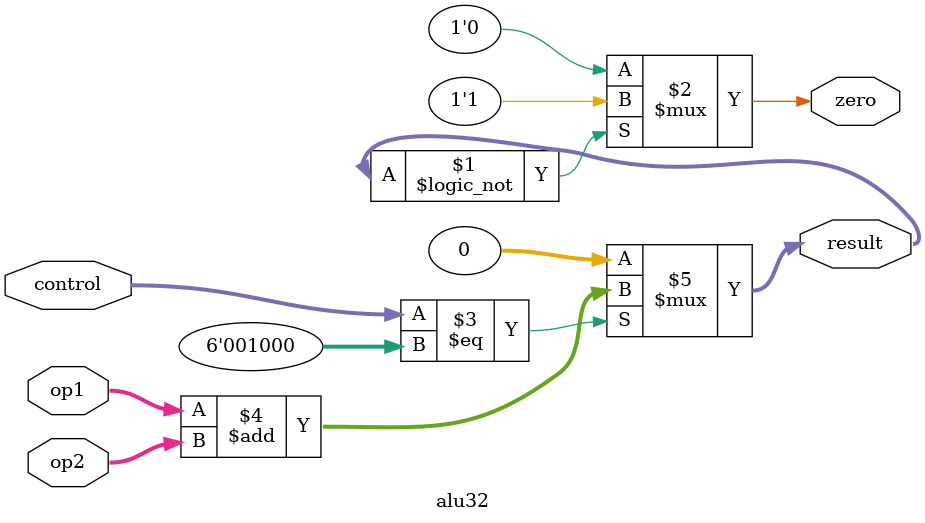
<source format=v>
`timescale 1ns / 1ps

`define ADDI 6'b001000
`define J 6'b000010 

module alu32(
    input [31:0] op1,	
    input [31:0] op2,
    input [5:0] control,
    output [31:0] result,
    output zero);

assign zero = (result == 32'd0) ? 1'b1: 1'b0;

assign result = (control == `ADDI)  ?  op1 + op2 : 32'd0;
                //(control == `J)  ? :
                //fill in here
                //32'd0;


endmodule

</source>
